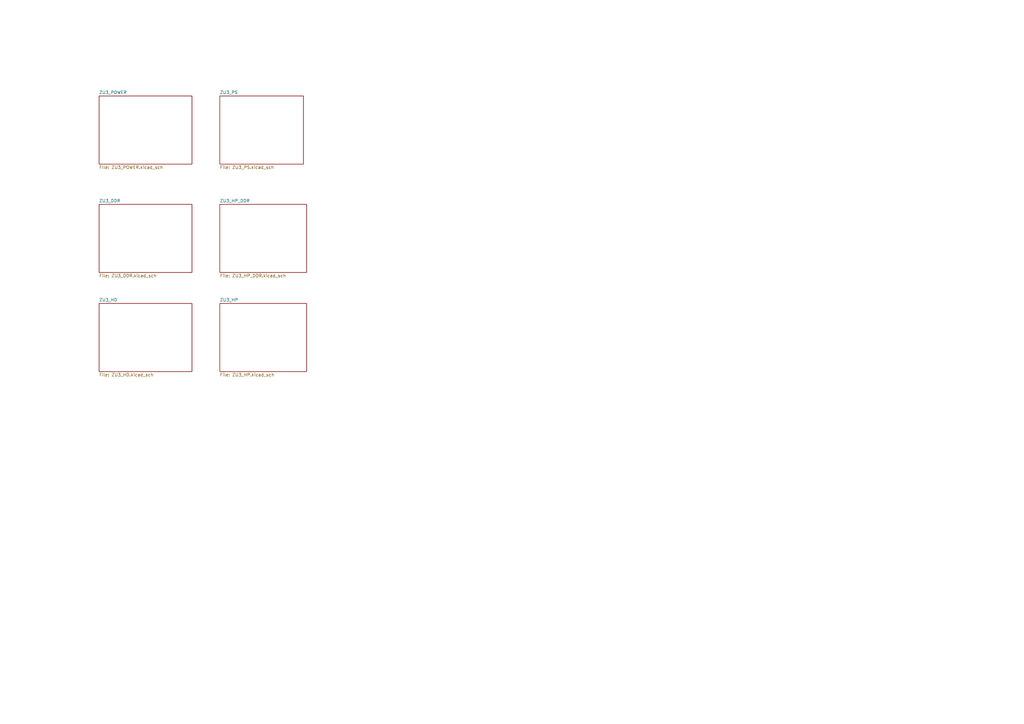
<source format=kicad_sch>
(kicad_sch
	(version 20250114)
	(generator "eeschema")
	(generator_version "9.0")
	(uuid "f96fb7c1-a69d-4c21-80ce-6cd1166191aa")
	(paper "A3")
	(lib_symbols)
	(sheet
		(at 40.64 83.82)
		(size 38.1 27.94)
		(exclude_from_sim no)
		(in_bom yes)
		(on_board yes)
		(dnp no)
		(fields_autoplaced yes)
		(stroke
			(width 0.1524)
			(type solid)
		)
		(fill
			(color 0 0 0 0.0000)
		)
		(uuid "041d339b-002c-4446-a57c-27fd5a19ce69")
		(property "Sheetname" "ZU3_DDR"
			(at 40.64 83.1084 0)
			(effects
				(font
					(size 1.27 1.27)
				)
				(justify left bottom)
			)
		)
		(property "Sheetfile" "ZU3_DDR.kicad_sch"
			(at 40.64 112.3446 0)
			(effects
				(font
					(size 1.27 1.27)
				)
				(justify left top)
			)
		)
		(instances
			(project "ZU3_SOM"
				(path "/f96fb7c1-a69d-4c21-80ce-6cd1166191aa"
					(page "3")
				)
			)
		)
	)
	(sheet
		(at 90.17 39.37)
		(size 34.29 27.94)
		(exclude_from_sim no)
		(in_bom yes)
		(on_board yes)
		(dnp no)
		(fields_autoplaced yes)
		(stroke
			(width 0.1524)
			(type solid)
		)
		(fill
			(color 0 0 0 0.0000)
		)
		(uuid "2187e185-e66c-4cca-af78-8d2bf74a66e6")
		(property "Sheetname" "ZU3_PS"
			(at 90.17 38.6584 0)
			(effects
				(font
					(size 1.27 1.27)
				)
				(justify left bottom)
			)
		)
		(property "Sheetfile" "ZU3_PS.kicad_sch"
			(at 90.17 67.8946 0)
			(effects
				(font
					(size 1.27 1.27)
				)
				(justify left top)
			)
		)
		(instances
			(project "ZU3_SOM"
				(path "/f96fb7c1-a69d-4c21-80ce-6cd1166191aa"
					(page "4")
				)
			)
		)
	)
	(sheet
		(at 90.17 124.46)
		(size 35.56 27.94)
		(exclude_from_sim no)
		(in_bom yes)
		(on_board yes)
		(dnp no)
		(fields_autoplaced yes)
		(stroke
			(width 0.1524)
			(type solid)
		)
		(fill
			(color 0 0 0 0.0000)
		)
		(uuid "473e1fc5-e8ab-4357-8065-a327fb96358e")
		(property "Sheetname" "ZU3_HP"
			(at 90.17 123.7484 0)
			(effects
				(font
					(size 1.27 1.27)
				)
				(justify left bottom)
			)
		)
		(property "Sheetfile" "ZU3_HP.kicad_sch"
			(at 90.17 152.9846 0)
			(effects
				(font
					(size 1.27 1.27)
				)
				(justify left top)
			)
		)
		(instances
			(project "ZU3_SOM"
				(path "/f96fb7c1-a69d-4c21-80ce-6cd1166191aa"
					(page "7")
				)
			)
		)
	)
	(sheet
		(at 90.17 83.82)
		(size 35.56 27.94)
		(exclude_from_sim no)
		(in_bom yes)
		(on_board yes)
		(dnp no)
		(fields_autoplaced yes)
		(stroke
			(width 0.1524)
			(type solid)
		)
		(fill
			(color 0 0 0 0.0000)
		)
		(uuid "5dcbfda9-f253-4e89-a01c-d9156c18cf01")
		(property "Sheetname" "ZU3_HP_DDR"
			(at 90.17 83.1084 0)
			(effects
				(font
					(size 1.27 1.27)
				)
				(justify left bottom)
			)
		)
		(property "Sheetfile" "ZU3_HP_DDR.kicad_sch"
			(at 90.17 112.3446 0)
			(effects
				(font
					(size 1.27 1.27)
				)
				(justify left top)
			)
		)
		(instances
			(project "ZU3_SOM"
				(path "/f96fb7c1-a69d-4c21-80ce-6cd1166191aa"
					(page "5")
				)
			)
		)
	)
	(sheet
		(at 40.64 124.46)
		(size 38.1 27.94)
		(exclude_from_sim no)
		(in_bom yes)
		(on_board yes)
		(dnp no)
		(fields_autoplaced yes)
		(stroke
			(width 0.1524)
			(type solid)
		)
		(fill
			(color 0 0 0 0.0000)
		)
		(uuid "ce6b05d3-6625-4690-8e20-a4d9501e931e")
		(property "Sheetname" "ZU3_HD"
			(at 40.64 123.7484 0)
			(effects
				(font
					(size 1.27 1.27)
				)
				(justify left bottom)
			)
		)
		(property "Sheetfile" "ZU3_HD.kicad_sch"
			(at 40.64 152.9846 0)
			(effects
				(font
					(size 1.27 1.27)
				)
				(justify left top)
			)
		)
		(instances
			(project "ZU3_SOM"
				(path "/f96fb7c1-a69d-4c21-80ce-6cd1166191aa"
					(page "6")
				)
			)
		)
	)
	(sheet
		(at 40.64 39.37)
		(size 38.1 27.94)
		(exclude_from_sim no)
		(in_bom yes)
		(on_board yes)
		(dnp no)
		(fields_autoplaced yes)
		(stroke
			(width 0.1524)
			(type solid)
		)
		(fill
			(color 0 0 0 0.0000)
		)
		(uuid "ef63342d-8213-432c-9e43-a07b28d192fe")
		(property "Sheetname" "ZU3_POWER"
			(at 40.64 38.6584 0)
			(effects
				(font
					(size 1.27 1.27)
				)
				(justify left bottom)
			)
		)
		(property "Sheetfile" "ZU3_POWER.kicad_sch"
			(at 40.64 67.8946 0)
			(effects
				(font
					(size 1.27 1.27)
				)
				(justify left top)
			)
		)
		(instances
			(project "ZU3_SOM"
				(path "/f96fb7c1-a69d-4c21-80ce-6cd1166191aa"
					(page "2")
				)
			)
		)
	)
	(sheet_instances
		(path "/"
			(page "1")
		)
	)
	(embedded_fonts no)
)

</source>
